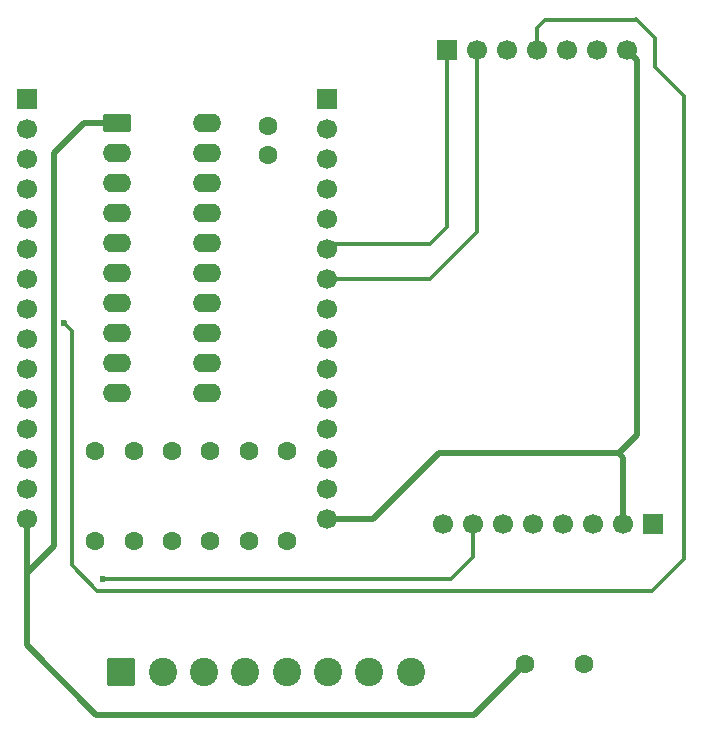
<source format=gbl>
%TF.GenerationSoftware,KiCad,Pcbnew,9.0.5*%
%TF.CreationDate,2025-12-28T17:34:09+02:00*%
%TF.ProjectId,base-schematic-02,62617365-2d73-4636-9865-6d617469632d,rev?*%
%TF.SameCoordinates,Original*%
%TF.FileFunction,Copper,L2,Bot*%
%TF.FilePolarity,Positive*%
%FSLAX46Y46*%
G04 Gerber Fmt 4.6, Leading zero omitted, Abs format (unit mm)*
G04 Created by KiCad (PCBNEW 9.0.5) date 2025-12-28 17:34:09*
%MOMM*%
%LPD*%
G01*
G04 APERTURE LIST*
G04 Aperture macros list*
%AMRoundRect*
0 Rectangle with rounded corners*
0 $1 Rounding radius*
0 $2 $3 $4 $5 $6 $7 $8 $9 X,Y pos of 4 corners*
0 Add a 4 corners polygon primitive as box body*
4,1,4,$2,$3,$4,$5,$6,$7,$8,$9,$2,$3,0*
0 Add four circle primitives for the rounded corners*
1,1,$1+$1,$2,$3*
1,1,$1+$1,$4,$5*
1,1,$1+$1,$6,$7*
1,1,$1+$1,$8,$9*
0 Add four rect primitives between the rounded corners*
20,1,$1+$1,$2,$3,$4,$5,0*
20,1,$1+$1,$4,$5,$6,$7,0*
20,1,$1+$1,$6,$7,$8,$9,0*
20,1,$1+$1,$8,$9,$2,$3,0*%
G04 Aperture macros list end*
%TA.AperFunction,ComponentPad*%
%ADD10R,1.700000X1.700000*%
%TD*%
%TA.AperFunction,ComponentPad*%
%ADD11C,1.700000*%
%TD*%
%TA.AperFunction,ComponentPad*%
%ADD12C,1.600000*%
%TD*%
%TA.AperFunction,ComponentPad*%
%ADD13RoundRect,0.250001X-0.949999X-0.949999X0.949999X-0.949999X0.949999X0.949999X-0.949999X0.949999X0*%
%TD*%
%TA.AperFunction,ComponentPad*%
%ADD14C,2.400000*%
%TD*%
%TA.AperFunction,ComponentPad*%
%ADD15RoundRect,0.250000X-0.950000X-0.550000X0.950000X-0.550000X0.950000X0.550000X-0.950000X0.550000X0*%
%TD*%
%TA.AperFunction,ComponentPad*%
%ADD16O,2.400000X1.600000*%
%TD*%
%TA.AperFunction,ViaPad*%
%ADD17C,0.600000*%
%TD*%
%TA.AperFunction,Conductor*%
%ADD18C,0.300000*%
%TD*%
%TA.AperFunction,Conductor*%
%ADD19C,0.500000*%
%TD*%
G04 APERTURE END LIST*
D10*
%TO.P,J2,1,Pin_1*%
%TO.N,D23*%
X79400000Y-59460000D03*
D11*
%TO.P,J2,2,Pin_2*%
%TO.N,D22*%
X79400000Y-62000000D03*
%TO.P,J2,3,Pin_3*%
%TO.N,unconnected-(J2-Pin_3-Pad3)*%
X79400000Y-64540000D03*
%TO.P,J2,4,Pin_4*%
%TO.N,unconnected-(J2-Pin_4-Pad4)*%
X79400000Y-67080000D03*
%TO.P,J2,5,Pin_5*%
%TO.N,D21*%
X79400000Y-69620000D03*
%TO.P,J2,6,Pin_6*%
%TO.N,D19*%
X79400000Y-72160000D03*
%TO.P,J2,7,Pin_7*%
%TO.N,D18*%
X79400000Y-74700000D03*
%TO.P,J2,8,Pin_8*%
%TO.N,unconnected-(J2-Pin_8-Pad8)*%
X79400000Y-77240000D03*
%TO.P,J2,9,Pin_9*%
%TO.N,unconnected-(J2-Pin_9-Pad9)*%
X79400000Y-79780000D03*
%TO.P,J2,10,Pin_10*%
%TO.N,unconnected-(J2-Pin_10-Pad10)*%
X79400000Y-82320000D03*
%TO.P,J2,11,Pin_11*%
%TO.N,unconnected-(J2-Pin_11-Pad11)*%
X79400000Y-84860000D03*
%TO.P,J2,12,Pin_12*%
%TO.N,unconnected-(J2-Pin_12-Pad12)*%
X79400000Y-87400000D03*
%TO.P,J2,13,Pin_13*%
%TO.N,unconnected-(J2-Pin_13-Pad13)*%
X79400000Y-89940000D03*
%TO.P,J2,14,Pin_14*%
%TO.N,GND*%
X79400000Y-92480000D03*
%TO.P,J2,15,Pin_15*%
%TO.N,3V3*%
X79400000Y-95020000D03*
%TD*%
D10*
%TO.P,J1,1,Pin_1*%
%TO.N,unconnected-(J1-Pin_1-Pad1)*%
X54000000Y-59460000D03*
D11*
%TO.P,J1,2,Pin_2*%
%TO.N,unconnected-(J1-Pin_2-Pad2)*%
X54000000Y-62000000D03*
%TO.P,J1,3,Pin_3*%
%TO.N,unconnected-(J1-Pin_3-Pad3)*%
X54000000Y-64540000D03*
%TO.P,J1,4,Pin_4*%
%TO.N,unconnected-(J1-Pin_4-Pad4)*%
X54000000Y-67080000D03*
%TO.P,J1,5,Pin_5*%
%TO.N,unconnected-(J1-Pin_5-Pad5)*%
X54000000Y-69620000D03*
%TO.P,J1,6,Pin_6*%
%TO.N,D32*%
X54000000Y-72160000D03*
%TO.P,J1,7,Pin_7*%
%TO.N,D33*%
X54000000Y-74700000D03*
%TO.P,J1,8,Pin_8*%
%TO.N,D25*%
X54000000Y-77240000D03*
%TO.P,J1,9,Pin_9*%
%TO.N,D26*%
X54000000Y-79780000D03*
%TO.P,J1,10,Pin_10*%
%TO.N,D27*%
X54000000Y-82320000D03*
%TO.P,J1,11,Pin_11*%
%TO.N,D14*%
X54000000Y-84860000D03*
%TO.P,J1,12,Pin_12*%
%TO.N,D12*%
X54000000Y-87400000D03*
%TO.P,J1,13,Pin_13*%
%TO.N,D13*%
X54000000Y-89940000D03*
%TO.P,J1,14,Pin_14*%
%TO.N,unconnected-(J1-Pin_14-Pad14)*%
X54000000Y-92480000D03*
%TO.P,J1,15,Pin_15*%
%TO.N,VIN*%
X54000000Y-95020000D03*
%TD*%
D12*
%TO.P,R2,1*%
%TO.N,Net-(U1-B1)*%
X63053000Y-89255000D03*
%TO.P,R2,2*%
%TO.N,Net-(J4-Pin_2)*%
X63053000Y-96875000D03*
%TD*%
%TO.P,R1,1*%
%TO.N,Net-(U1-B0)*%
X59810000Y-89255000D03*
%TO.P,R1,2*%
%TO.N,Net-(J4-Pin_1)*%
X59810000Y-96875000D03*
%TD*%
D10*
%TO.P,J3-DAC1,1,Pin_1*%
%TO.N,D19*%
X89570000Y-55335000D03*
D11*
%TO.P,J3-DAC1,2,Pin_2*%
%TO.N,D18*%
X92110000Y-55335000D03*
%TO.P,J3-DAC1,3,Pin_3*%
%TO.N,D23*%
X94650000Y-55335000D03*
%TO.P,J3-DAC1,4,Pin_4*%
%TO.N,D25*%
X97190000Y-55335000D03*
%TO.P,J3-DAC1,5,Pin_5*%
%TO.N,D21*%
X99730000Y-55335000D03*
%TO.P,J3-DAC1,6,Pin_6*%
%TO.N,GND*%
X102270000Y-55335000D03*
%TO.P,J3-DAC1,7,Pin_7*%
%TO.N,3V3*%
X104810000Y-55335000D03*
%TD*%
D12*
%TO.P,R4,1*%
%TO.N,Net-(U1-B3)*%
X69539000Y-89255000D03*
%TO.P,R4,2*%
%TO.N,Net-(J4-Pin_4)*%
X69539000Y-96875000D03*
%TD*%
%TO.P,C2,1*%
%TO.N,VIN*%
X96160000Y-107270000D03*
%TO.P,C2,2*%
%TO.N,GND*%
X101160000Y-107270000D03*
%TD*%
%TO.P,R6,1*%
%TO.N,Net-(U1-B4)*%
X76025000Y-89255000D03*
%TO.P,R6,2*%
%TO.N,Net-(J4-Pin_6)*%
X76025000Y-96875000D03*
%TD*%
%TO.P,C1,1*%
%TO.N,VIN*%
X74440000Y-61710000D03*
%TO.P,C1,2*%
%TO.N,GND*%
X74440000Y-64210000D03*
%TD*%
%TO.P,R5,1*%
%TO.N,Net-(U1-B5)*%
X72782000Y-89255000D03*
%TO.P,R5,2*%
%TO.N,Net-(J4-Pin_5)*%
X72782000Y-96875000D03*
%TD*%
%TO.P,R3,1*%
%TO.N,Net-(U1-B2)*%
X66296000Y-89255000D03*
%TO.P,R3,2*%
%TO.N,Net-(J4-Pin_3)*%
X66296000Y-96875000D03*
%TD*%
D13*
%TO.P,J4,1,Pin_1*%
%TO.N,Net-(J4-Pin_1)*%
X62000000Y-108000000D03*
D14*
%TO.P,J4,2,Pin_2*%
%TO.N,Net-(J4-Pin_2)*%
X65500000Y-108000000D03*
%TO.P,J4,3,Pin_3*%
%TO.N,Net-(J4-Pin_3)*%
X69000000Y-108000000D03*
%TO.P,J4,4,Pin_4*%
%TO.N,Net-(J4-Pin_4)*%
X72500000Y-108000000D03*
%TO.P,J4,5,Pin_5*%
%TO.N,Net-(J4-Pin_5)*%
X76000000Y-108000000D03*
%TO.P,J4,6,Pin_6*%
%TO.N,Net-(J4-Pin_6)*%
X79500000Y-108000000D03*
%TO.P,J4,7,Pin_7*%
%TO.N,VIN*%
X83000000Y-108000000D03*
%TO.P,J4,8,Pin_8*%
%TO.N,GND*%
X86500000Y-108000000D03*
%TD*%
D15*
%TO.P,U1,1,A->B*%
%TO.N,VIN*%
X61650000Y-61510000D03*
D16*
%TO.P,U1,2,A0*%
%TO.N,D32*%
X61650000Y-64050000D03*
%TO.P,U1,3,A1*%
%TO.N,D33*%
X61650000Y-66590000D03*
%TO.P,U1,4,A2*%
%TO.N,D26*%
X61650000Y-69130000D03*
%TO.P,U1,5,A3*%
%TO.N,D27*%
X61650000Y-71670000D03*
%TO.P,U1,6,A4*%
%TO.N,D14*%
X61650000Y-74210000D03*
%TO.P,U1,7,A5*%
%TO.N,D12*%
X61650000Y-76750000D03*
%TO.P,U1,8,A6*%
%TO.N,unconnected-(U1-A6-Pad8)*%
X61650000Y-79290000D03*
%TO.P,U1,9,A7*%
%TO.N,unconnected-(U1-A7-Pad9)*%
X61650000Y-81830000D03*
%TO.P,U1,10,GND*%
%TO.N,GND*%
X61650000Y-84370000D03*
%TO.P,U1,11,B7*%
%TO.N,unconnected-(U1-B7-Pad11)*%
X69270000Y-84370000D03*
%TO.P,U1,12,B6*%
%TO.N,unconnected-(U1-B6-Pad12)*%
X69270000Y-81830000D03*
%TO.P,U1,13,B5*%
%TO.N,Net-(U1-B5)*%
X69270000Y-79290000D03*
%TO.P,U1,14,B4*%
%TO.N,Net-(U1-B4)*%
X69270000Y-76750000D03*
%TO.P,U1,15,B3*%
%TO.N,Net-(U1-B3)*%
X69270000Y-74210000D03*
%TO.P,U1,16,B2*%
%TO.N,Net-(U1-B2)*%
X69270000Y-71670000D03*
%TO.P,U1,17,B1*%
%TO.N,Net-(U1-B1)*%
X69270000Y-69130000D03*
%TO.P,U1,18,B0*%
%TO.N,Net-(U1-B0)*%
X69270000Y-66590000D03*
%TO.P,U1,19,CE*%
%TO.N,GND*%
X69270000Y-64050000D03*
%TO.P,U1,20,VCC*%
%TO.N,VIN*%
X69270000Y-61510000D03*
%TD*%
D10*
%TO.P,J4-IMU1,1,Pin_1*%
%TO.N,GND*%
X107009138Y-95394959D03*
D11*
%TO.P,J4-IMU1,2,Pin_2*%
%TO.N,3V3*%
X104469138Y-95394959D03*
%TO.P,J4-IMU1,3,Pin_3*%
%TO.N,unconnected-(J4-IMU1-Pin_3-Pad3)*%
X101929138Y-95394959D03*
%TO.P,J4-IMU1,4,Pin_4*%
%TO.N,unconnected-(J4-IMU1-Pin_4-Pad4)*%
X99389138Y-95394959D03*
%TO.P,J4-IMU1,5,Pin_5*%
%TO.N,unconnected-(J4-IMU1-Pin_5-Pad5)*%
X96849138Y-95394959D03*
%TO.P,J4-IMU1,6,Pin_6*%
%TO.N,unconnected-(J4-IMU1-Pin_6-Pad6)*%
X94309138Y-95394959D03*
%TO.P,J4-IMU1,7,Pin_7*%
%TO.N,D13*%
X91769138Y-95394959D03*
%TO.P,J4-IMU1,8,Pin_8*%
%TO.N,D22*%
X89229138Y-95394959D03*
%TD*%
D17*
%TO.N,D13*%
X60452000Y-100076000D03*
%TO.N,D25*%
X57157500Y-78432500D03*
%TD*%
D18*
%TO.N,D13*%
X89916000Y-100076000D02*
X91769138Y-98222862D01*
X60452000Y-100076000D02*
X89916000Y-100076000D01*
X91769138Y-98222862D02*
X91769138Y-95394959D01*
%TO.N,D25*%
X57790000Y-79065000D02*
X57157500Y-78432500D01*
X57790000Y-98900000D02*
X57790000Y-79065000D01*
X59982000Y-101092000D02*
X57790000Y-98900000D01*
X106918000Y-101092000D02*
X59982000Y-101092000D01*
X109630000Y-98380000D02*
X106918000Y-101092000D01*
X107150000Y-56720000D02*
X109630000Y-59200000D01*
X107150000Y-54290000D02*
X107150000Y-56720000D01*
X105580000Y-52720000D02*
X107150000Y-54290000D01*
X109630000Y-59200000D02*
X109630000Y-98380000D01*
X97900000Y-52730000D02*
X105570000Y-52730000D01*
X105570000Y-52730000D02*
X105580000Y-52720000D01*
X97190000Y-53440000D02*
X97900000Y-52730000D01*
X97190000Y-55335000D02*
X97190000Y-53440000D01*
D19*
%TO.N,3V3*%
X104469138Y-89806960D02*
X104469138Y-95394959D01*
X104105089Y-89442911D02*
X104469138Y-89806960D01*
X105664000Y-87884000D02*
X105664000Y-56189000D01*
X104105089Y-89442911D02*
X105664000Y-87884000D01*
X105664000Y-56189000D02*
X104810000Y-55335000D01*
X98517089Y-89442911D02*
X104105089Y-89442911D01*
X98482179Y-89408000D02*
X98517089Y-89442911D01*
X88900000Y-89408000D02*
X98482179Y-89408000D01*
X83288000Y-95020000D02*
X88900000Y-89408000D01*
X79400000Y-95020000D02*
X83288000Y-95020000D01*
D18*
%TO.N,D18*%
X92110000Y-70740000D02*
X92110000Y-55335000D01*
X88150000Y-74700000D02*
X92110000Y-70740000D01*
%TO.N,D19*%
X79400000Y-72160000D02*
X79840000Y-71720000D01*
X79840000Y-71720000D02*
X88180000Y-71720000D01*
X88180000Y-71720000D02*
X89570000Y-70330000D01*
X89570000Y-70330000D02*
X89570000Y-55335000D01*
D19*
%TO.N,VIN*%
X91860000Y-111570000D02*
X96160000Y-107270000D01*
X59890000Y-111570000D02*
X91860000Y-111570000D01*
X54000000Y-105680000D02*
X59890000Y-111570000D01*
X54000000Y-99610000D02*
X54000000Y-105680000D01*
D18*
%TO.N,D18*%
X88150000Y-74700000D02*
X79400000Y-74700000D01*
%TO.N,D21*%
X79781630Y-69238370D02*
X79781630Y-69620000D01*
D19*
%TO.N,VIN*%
X56286500Y-97323500D02*
X54000000Y-99610000D01*
X56306500Y-97323500D02*
X56286500Y-97323500D01*
X58867840Y-61482160D02*
X56306500Y-64043500D01*
X56306500Y-64043500D02*
X56306500Y-97323500D01*
X61650000Y-61482160D02*
X58867840Y-61482160D01*
X54000000Y-99610000D02*
X54000000Y-95020000D01*
X96160000Y-107700000D02*
X96160000Y-107270000D01*
D18*
%TO.N,Net-(U1-B4)*%
X75975000Y-88921387D02*
X76025000Y-88921387D01*
%TD*%
M02*

</source>
